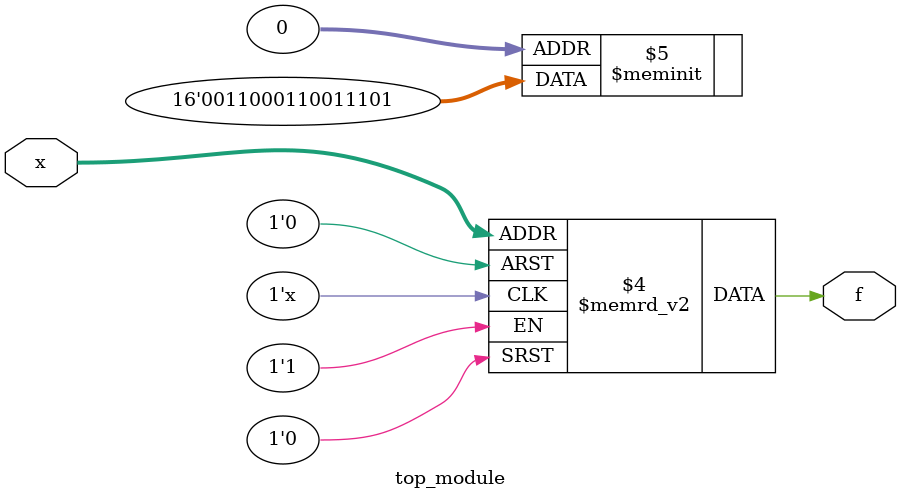
<source format=sv>
module top_module (
    input [4:1] x,
    output logic f
);

  always_comb begin
    case (x)
      4'b0000: f = 1'b1;
      4'b0001: f = 1'b0;
      4'b0011: f = 1'b1;
      4'b0010: f = 1'b1;
      4'b0110: f = 1'b0;
      4'b0111: f = 1'b1;
      4'b0101: f = 1'b0;
      4'b0100: f = 1'b1;
      4'b1100: f = 1'b1;
      4'b1101: f = 1'b1;
      4'b1111: f = 1'b0;
      4'b1110: f = 1'b0;
      4'b1010: f = 1'b0;
      4'b1011: f = 1'b0;
      4'b1001: f = 1'b0;
      4'b1000: f = 1'b1;
    endcase
  end

endmodule

</source>
